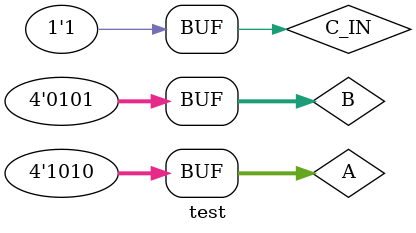
<source format=v>
`timescale 1ns / 1ps


module test;
reg [3:0] A, B;
reg C_IN;
wire [3:0] SUM;
wire C_OUT;

fulladd4 FA1_4(SUM, C_OUT, A, B, C_IN);

initial
begin
    $monitor($time, " A= %b, B=%b, C_IN= %b, --- C_OUT= %b, SUM= %b\n", A, B, C_IN, C_OUT, SUM);
end

initial
begin
    A = 4'd0; B = 4'd0; C_IN = 1'b0;
    
    #5 A = 4'd3; B = 4'd4;
    #5 A = 4'd2; B = 4'd5;
    #5 A = 4'd9; B = 4'd9;
    #5 A = 4'd10; B = 4'd15;
    #5 A = 4'd10; B = 4'd5; C_IN = 1'b1;
end
    
endmodule

</source>
